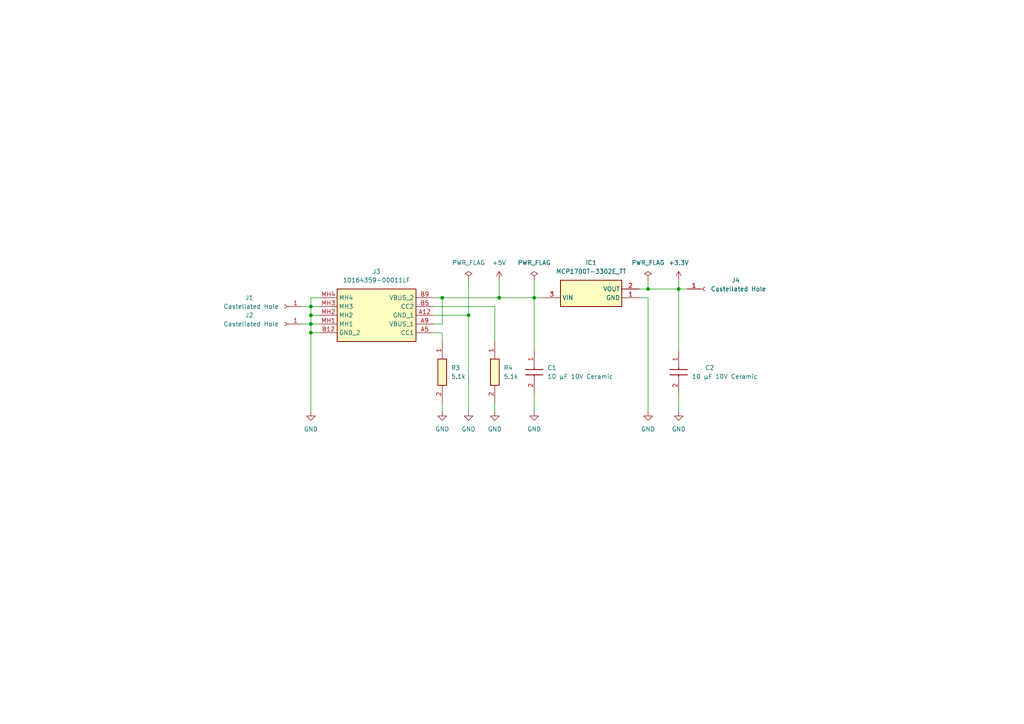
<source format=kicad_sch>
(kicad_sch (version 20230121) (generator eeschema)
  (paper "A4")
  (title_block (title "Egg_LDO_250") (date "2023-12-30") (rev "1.0.0") (company "github.com/plaenkler"))
  (lib_symbols
    (symbol "Connector:Conn_01x01_Socket" (pin_names (offset 1.016) hide)
      (property "Reference" "J" (at 0 2.54 0))
      (property "Value" "Conn_01x01_Socket" (at 0 -2.54 0))
      (symbol "Conn_01x01_Socket_1_1"
        (polyline (pts (xy -1.27 0) (xy -0.508 0)) (stroke (width 0.1524)))
        (arc (start 0 0.508) (mid -0.5058 0) (end 0 -0.508) (stroke (width 0.1524)))
        (pin passive line (at -5.08 0 0) (length 3.81) (name "Pin_1") (number "1"))
      )
    )
    (symbol "SamacSys_Parts:10164359-00011LF"
      (property "Reference" "J" (at 29.21 7.62 0))
      (property "Value" "10164359-00011LF" (at 29.21 5.08 0))
      (symbol "10164359-00011LF_1_1"
        (rectangle (start 5.08 2.54) (end 27.94 -12.7) (stroke (width 0.254)) (fill (type background)))
        (pin passive line (at 0 -5.08 0) (length 5.08) (name "GND_1") (number "A12"))
        (pin passive line (at 0 0 0) (length 5.08) (name "CC1") (number "A5"))
        (pin passive line (at 0 -2.54 0) (length 5.08) (name "VBUS_1") (number "A9"))
        (pin passive line (at 33.02 0 180) (length 5.08) (name "GND_2") (number "B12"))
        (pin passive line (at 0 -7.62 0) (length 5.08) (name "CC2") (number "B5"))
        (pin passive line (at 0 -10.16 0) (length 5.08) (name "VBUS_2") (number "B9"))
        (pin passive line (at 33.02 -2.54 180) (length 5.08) (name "MH1") (number "MH1"))
        (pin passive line (at 33.02 -5.08 180) (length 5.08) (name "MH2") (number "MH2"))
        (pin passive line (at 33.02 -7.62 180) (length 5.08) (name "MH3") (number "MH3"))
        (pin passive line (at 33.02 -10.16 180) (length 5.08) (name "MH4") (number "MH4"))
      )
    )
    (symbol "SamacSys_Parts:C0805C106K8PACTU" (pin_names hide)
      (property "Reference" "C" (at 8.89 6.35 0))
      (property "Value" "C0805C106K8PACTU" (at 8.89 3.81 0))
      (symbol "C0805C106K8PACTU_1_1"
        (polyline (pts (xy 5.08 0) (xy 5.588 0)) (stroke (width 0.254)))
        (polyline (pts (xy 5.588 2.54) (xy 5.588 -2.54)) (stroke (width 0.254)))
        (polyline (pts (xy 7.112 0) (xy 7.62 0)) (stroke (width 0.254)))
        (polyline (pts (xy 7.112 2.54) (xy 7.112 -2.54)) (stroke (width 0.254)))
        (pin passive line (at 0 0 0) (length 5.08) (name "1") (number "1"))
        (pin passive line (at 12.7 0 180) (length 5.08) (name "2") (number "2"))
      )
    )
    (symbol "SamacSys_Parts:MCP1700T-3302E_TT"
      (property "Reference" "IC" (at 24.13 7.62 0))
      (property "Value" "MCP1700T-3302E_TT" (at 24.13 5.08 0))
      (symbol "MCP1700T-3302E_TT_1_1"
        (rectangle (start 5.08 2.54) (end 22.86 -5.08) (stroke (width 0.254)) (fill (type background)))
        (pin passive line (at 0 0 0) (length 5.08) (name "GND") (number "1"))
        (pin passive line (at 0 -2.54 0) (length 5.08) (name "VOUT") (number "2"))
        (pin passive line (at 27.94 0 180) (length 5.08) (name "VIN") (number "3"))
      )
    )
    (symbol "SamacSys_Parts:RK73B2ATTD512J" (pin_names hide)
      (property "Reference" "R" (at 13.97 6.35 0))
      (property "Value" "RK73B2ATTD512J" (at 13.97 3.81 0))
      (symbol "RK73B2ATTD512J_1_1"
        (rectangle (start 5.08 1.27) (end 12.7 -1.27) (stroke (width 0.254)) (fill (type background)))
        (pin passive line (at 0 0 0) (length 5.08) (name "1") (number "1"))
        (pin passive line (at 17.78 0 180) (length 5.08) (name "2") (number "2"))
      )
    )
    (symbol "power:+3.3V" (power) (pin_names (offset 0))
      (property "Value" "+3.3V" (at 0 3.556 0))
      (symbol "+3.3V_0_1"
        (polyline (pts (xy -0.762 1.27) (xy 0 2.54)))
        (polyline (pts (xy 0 0) (xy 0 2.54)))
        (polyline (pts (xy 0 2.54) (xy 0.762 1.27)))
      )
      (symbol "+3.3V_1_1"
        (pin power_in line (at 0 0 90) (length 0) hide (name "+3.3V") (number "1"))
      )
    )
    (symbol "power:+5V" (power) (pin_names (offset 0))
      (property "Value" "+5V" (at 0 3.556 0))
      (symbol "+5V_0_1"
        (polyline (pts (xy -0.762 1.27) (xy 0 2.54)))
        (polyline (pts (xy 0 0) (xy 0 2.54)))
        (polyline (pts (xy 0 2.54) (xy 0.762 1.27)))
      )
      (symbol "+5V_1_1"
        (pin power_in line (at 0 0 90) (length 0) hide (name "+5V") (number "1"))
      )
    )
    (symbol "power:GND" (power) (pin_names (offset 0))
      (property "Value" "GND" (at 0 -3.81 0))
      (symbol "GND_0_1"
        (polyline (pts (xy 0 0) (xy 0 -1.27) (xy 1.27 -1.27) (xy 0 -2.54) (xy -1.27 -1.27) (xy 0 -1.27)))
      )
      (symbol "GND_1_1"
        (pin power_in line (at 0 0 270) (length 0) hide (name "GND") (number "1"))
      )
    )
    (symbol "power:PWR_FLAG" (power) (pin_numbers hide) (pin_names (offset 0) hide)
      (property "Value" "PWR_FLAG" (at 0 3.81 0))
      (symbol "PWR_FLAG_0_0"
        (pin power_out line (at 0 0 90) (length 0) (name "pwr") (number "1"))
      )
      (symbol "PWR_FLAG_0_1"
        (polyline (pts (xy 0 0) (xy 0 1.27) (xy -1.016 1.905) (xy 0 2.54) (xy 1.016 1.905) (xy 0 1.27)))
      )
    )
  )
  (junction (at 90.17 88.9))
  (junction (at 144.78 86.36))
  (junction (at 187.96 83.82))
  (junction (at 196.85 83.82))
  (junction (at 90.17 93.98))
  (junction (at 154.94 86.36))
  (junction (at 128.27 86.36))
  (junction (at 90.17 91.44))
  (junction (at 90.17 96.52))
  (junction (at 135.89 91.44))
  (wire (pts (xy 128.27 86.36) (xy 144.78 86.36)))
  (wire (pts (xy 154.94 81.28) (xy 154.94 86.36)))
  (wire (pts (xy 90.17 93.98) (xy 92.71 93.98)))
  (wire (pts (xy 187.96 86.36) (xy 187.96 119.38)))
  (wire (pts (xy 87.63 93.98) (xy 90.17 93.98)))
  (wire (pts (xy 187.96 83.82) (xy 196.85 83.82)))
  (wire (pts (xy 125.73 96.52) (xy 128.27 96.52)))
  (wire (pts (xy 125.73 88.9) (xy 143.51 88.9)))
  (wire (pts (xy 125.73 91.44) (xy 135.89 91.44)))
  (wire (pts (xy 196.85 81.28) (xy 196.85 83.82)))
  (wire (pts (xy 90.17 91.44) (xy 90.17 93.98)))
  (wire (pts (xy 90.17 91.44) (xy 92.71 91.44)))
  (wire (pts (xy 125.73 86.36) (xy 128.27 86.36)))
  (wire (pts (xy 196.85 83.82) (xy 196.85 101.6)))
  (wire (pts (xy 87.63 88.9) (xy 90.17 88.9)))
  (wire (pts (xy 135.89 91.44) (xy 135.89 119.38)))
  (wire (pts (xy 90.17 93.98) (xy 90.17 96.52)))
  (wire (pts (xy 90.17 88.9) (xy 92.71 88.9)))
  (wire (pts (xy 90.17 96.52) (xy 92.71 96.52)))
  (wire (pts (xy 135.89 81.28) (xy 135.89 91.44)))
  (wire (pts (xy 90.17 96.52) (xy 90.17 119.38)))
  (wire (pts (xy 185.42 83.82) (xy 187.96 83.82)))
  (wire (pts (xy 128.27 96.52) (xy 128.27 99.06)))
  (wire (pts (xy 154.94 86.36) (xy 157.48 86.36)))
  (wire (pts (xy 144.78 86.36) (xy 154.94 86.36)))
  (wire (pts (xy 128.27 116.84) (xy 128.27 119.38)))
  (wire (pts (xy 154.94 86.36) (xy 154.94 101.6)))
  (wire (pts (xy 125.73 93.98) (xy 128.27 93.98)))
  (wire (pts (xy 154.94 114.3) (xy 154.94 119.38)))
  (wire (pts (xy 185.42 86.36) (xy 187.96 86.36)))
  (wire (pts (xy 196.85 114.3) (xy 196.85 119.38)))
  (wire (pts (xy 196.85 83.82) (xy 199.39 83.82)))
  (wire (pts (xy 128.27 86.36) (xy 128.27 93.98)))
  (wire (pts (xy 143.51 116.84) (xy 143.51 119.38)))
  (wire (pts (xy 90.17 88.9) (xy 90.17 91.44)))
  (wire (pts (xy 144.78 81.28) (xy 144.78 86.36)))
  (wire (pts (xy 90.17 86.36) (xy 90.17 88.9)))
  (wire (pts (xy 187.96 81.28) (xy 187.96 83.82)))
  (wire (pts (xy 92.71 86.36) (xy 90.17 86.36)))
  (wire (pts (xy 143.51 88.9) (xy 143.51 99.06)))
  (symbol (lib_id "power:GND") (at 128.27 119.38 0) (unit 1)
    (property "Reference" "#PWR08" (effects hide))
    (property "Value" "GND" (at 128.27 124.46 0))
  )
  (symbol (lib_id "power:GND") (at 135.89 119.38 0) (unit 1)
    (property "Reference" "#PWR07" (effects hide))
    (property "Value" "GND" (at 135.89 124.46 0))
  )
  (symbol (lib_id "power:PWR_FLAG") (at 187.96 81.28 0) (unit 1)
    (property "Reference" "#FLG02" (effects hide))
    (property "Value" "PWR_FLAG" (at 187.96 76.2 0))
  )
  (symbol (lib_id "SamacSys_Parts:C0805C106K8PACTU") (at 196.85 101.6 270) (unit 1)
    (property "Reference" "C2" (at 204.47 106.68 90) (effects (justify left)))
    (property "Value" "10 μF 10V Ceramic" (at 200.66 109.22 90) (effects (justify left)))
    (property "Footprint" "C0805" (effects hide))
    (property "Datasheet" "https://content.kemet.com/datasheets/KEM_C1006_X5R_SMD.pdf" (effects hide))
    (property "Height" "1.1" (effects hide))
    (property "Mouser Part Number" "80-C0805C106K8P" (effects hide))
    (property "Mouser Price/Stock" "https://www.mouser.co.uk/ProductDetail/KEMET/C0805C106K8PACTU?qs=Zpyg6gQUYs39C21BeavaKA%3D%3D" (effects hide))
    (property "Manufacturer_Name" "KEMET" (effects hide))
    (property "Manufacturer_Part_Number" "C0805C106K8PACTU" (effects hide))
  )
  (symbol (lib_id "power:GND") (at 143.51 119.38 0) (unit 1)
    (property "Reference" "#PWR09" (effects hide))
    (property "Value" "GND" (at 143.51 124.46 0))
  )
  (symbol (lib_id "SamacSys_Parts:C0805C106K8PACTU") (at 154.94 101.6 270) (unit 1)
    (property "Reference" "C1" (at 158.75 106.68 90) (effects (justify left)))
    (property "Value" "10 μF 10V Ceramic" (at 158.75 109.22 90) (effects (justify left)))
    (property "Footprint" "C0805" (effects hide))
    (property "Datasheet" "https://content.kemet.com/datasheets/KEM_C1006_X5R_SMD.pdf" (effects hide))
    (property "Height" "1.1" (effects hide))
    (property "Mouser Part Number" "80-C0805C106K8P" (effects hide))
    (property "Mouser Price/Stock" "https://www.mouser.co.uk/ProductDetail/KEMET/C0805C106K8PACTU?qs=Zpyg6gQUYs39C21BeavaKA%3D%3D" (effects hide))
    (property "Manufacturer_Name" "KEMET" (effects hide))
    (property "Manufacturer_Part_Number" "C0805C106K8PACTU" (effects hide))
  )
  (symbol (lib_id "power:+3.3V") (at 196.85 81.28 0) (unit 1)
    (property "Reference" "#PWR05" (effects hide))
    (property "Value" "+3.3V" (at 196.85 76.2 0))
  )
  (symbol (lib_id "SamacSys_Parts:10164359-00011LF") (at 125.73 96.52 180) (unit 1)
    (property "Reference" "J3" (at 109.22 78.74 0))
    (property "Value" "10164359-00011LF" (at 109.22 81.28 0))
    (property "Footprint" "1016435900011LF" (effects hide))
    (property "Datasheet" "https://cdn.amphenol-cs.com/media/wysiwyg/files/drawing/10164359.pdf" (effects hide))
    (property "Height" "3.41" (effects hide))
    (property "Mouser Part Number" "649-10164359-00011LF" (effects hide))
    (property "Mouser Price/Stock" "https://www.mouser.co.uk/ProductDetail/Amphenol-FCI/10164359-00011LF?qs=MyNHzdoqoQLpQ%2FmSqA1%252BtQ%3D%3D" (effects hide))
    (property "Manufacturer_Name" "Amphenol" (effects hide))
    (property "Manufacturer_Part_Number" "10164359-00011LF" (effects hide))
  )
  (symbol (lib_id "SamacSys_Parts:MCP1700T-3302E_TT") (at 185.42 86.36 180) (unit 1)
    (property "Reference" "IC1" (at 171.45 76.2 0))
    (property "Value" "MCP1700T-3302E_TT" (at 171.45 78.74 0))
    (property "Footprint" "SOT95P237X112-3N" (effects hide))
    (property "Datasheet" "https://datasheet.datasheetarchive.com/originals/distributors/SFDatasheet-4/sf-00090030.pdf" (effects hide))
    (property "Height" "1.12" (effects hide))
    (property "Mouser Part Number" "579-MCP1700T3302E/TT" (effects hide))
    (property "Mouser Price/Stock" "https://www.mouser.co.uk/ProductDetail/Microchip-Technology/MCP1700T-3302E-TT?qs=fM4xO01eazPmCNDrdHEdaw%3D%3D" (effects hide))
    (property "Manufacturer_Name" "Microchip" (effects hide))
    (property "Manufacturer_Part_Number" "MCP1700T-3302E/TT" (effects hide))
  )
  (symbol (lib_id "power:PWR_FLAG") (at 154.94 81.28 0) (unit 1)
    (property "Reference" "#FLG01" (effects hide))
    (property "Value" "PWR_FLAG" (at 154.94 76.2 0))
  )
  (symbol (lib_id "power:GND") (at 196.85 119.38 0) (unit 1)
    (property "Reference" "#PWR04" (effects hide))
    (property "Value" "GND" (at 196.85 124.46 0))
  )
  (symbol (lib_id "power:GND") (at 154.94 119.38 0) (unit 1)
    (property "Reference" "#PWR02" (effects hide))
    (property "Value" "GND" (at 154.94 124.46 0))
  )
  (symbol (lib_id "power:GND") (at 187.96 119.38 0) (unit 1)
    (property "Reference" "#PWR03" (effects hide))
    (property "Value" "GND" (at 187.96 124.46 0))
  )
  (symbol (lib_id "power:+5V") (at 144.78 81.28 0) (unit 1)
    (property "Reference" "#PWR01" (effects hide))
    (property "Value" "+5V" (at 144.78 76.2 0))
  )
  (symbol (lib_id "SamacSys_Parts:RK73B2ATTD512J") (at 143.51 99.06 270) (unit 1)
    (property "Reference" "R4" (at 146.05 106.68 90) (effects (justify left)))
    (property "Value" "5.1k" (at 146.05 109.22 90) (effects (justify left)))
    (property "Footprint" "RESC2012X60N" (effects hide))
    (property "Datasheet" "https://www.koaglobal.com/~/media/Files/KOA_Global/EN/product/commonpdf/rk73b" (effects hide))
    (property "Height" "0.6" (effects hide))
    (property "Mouser Part Number" "660-RK73B2ATTD512J" (effects hide))
    (property "Mouser Price/Stock" "https://www.mouser.co.uk/ProductDetail/KOA-Speer/RK73B2ATTD512J?qs=ye0B%2Fc11qsfiIagvLFI5sA%3D%3D" (effects hide))
    (property "Manufacturer_Name" "KOA Speer" (effects hide))
    (property "Manufacturer_Part_Number" "RK73B2ATTD512J" (effects hide))
  )
  (symbol (lib_id "Connector:Conn_01x01_Socket") (at 204.47 83.82 0) (unit 1)
    (property "Reference" "J4" (at 214.63 81.28 0) (effects (justify right)))
    (property "Value" "Castellated Hole" (at 222.25 83.82 0) (effects (justify right)))
    (property "Footprint" "Connector_PinSocket_2.00mm:PinSocket_1x01_P2.00mm_Vertical" (effects hide))
  )
  (symbol (lib_id "power:PWR_FLAG") (at 135.89 81.28 0) (unit 1)
    (property "Reference" "#FLG03" (effects hide))
    (property "Value" "PWR_FLAG" (at 135.89 76.2 0))
  )
  (symbol (lib_id "Connector:Conn_01x01_Socket") (at 82.55 88.9 180) (unit 1)
    (property "Reference" "J1" (at 71.12 86.36 0) (effects (justify right)))
    (property "Value" "Castellated Hole" (at 64.77 88.9 0) (effects (justify right)))
    (property "Footprint" "Connector_PinSocket_2.00mm:PinSocket_1x01_P2.00mm_Vertical" (effects hide))
  )
  (symbol (lib_id "SamacSys_Parts:RK73B2ATTD512J") (at 128.27 99.06 270) (unit 1)
    (property "Reference" "R3" (at 130.81 106.68 90) (effects (justify left)))
    (property "Value" "5.1k" (at 130.81 109.22 90) (effects (justify left)))
    (property "Footprint" "RESC2012X60N" (effects hide))
    (property "Datasheet" "https://www.koaglobal.com/~/media/Files/KOA_Global/EN/product/commonpdf/rk73b" (effects hide))
    (property "Height" "0.6" (effects hide))
    (property "Mouser Part Number" "660-RK73B2ATTD512J" (effects hide))
    (property "Mouser Price/Stock" "https://www.mouser.co.uk/ProductDetail/KOA-Speer/RK73B2ATTD512J?qs=ye0B%2Fc11qsfiIagvLFI5sA%3D%3D" (effects hide))
    (property "Manufacturer_Name" "KOA Speer" (effects hide))
    (property "Manufacturer_Part_Number" "RK73B2ATTD512J" (effects hide))
  )
  (symbol (lib_id "power:GND") (at 90.17 119.38 0) (unit 1)
    (property "Reference" "#PWR06" (effects hide))
    (property "Value" "GND" (at 90.17 124.46 0))
  )
  (symbol (lib_id "Connector:Conn_01x01_Socket") (at 82.55 93.98 180) (unit 1)
    (property "Reference" "J2" (at 71.12 91.44 0) (effects (justify right)))
    (property "Value" "Castellated Hole" (at 64.77 93.98 0) (effects (justify right)))
    (property "Footprint" "Connector_PinSocket_2.00mm:PinSocket_1x01_P2.00mm_Vertical" (effects hide))
  )
)
</source>
